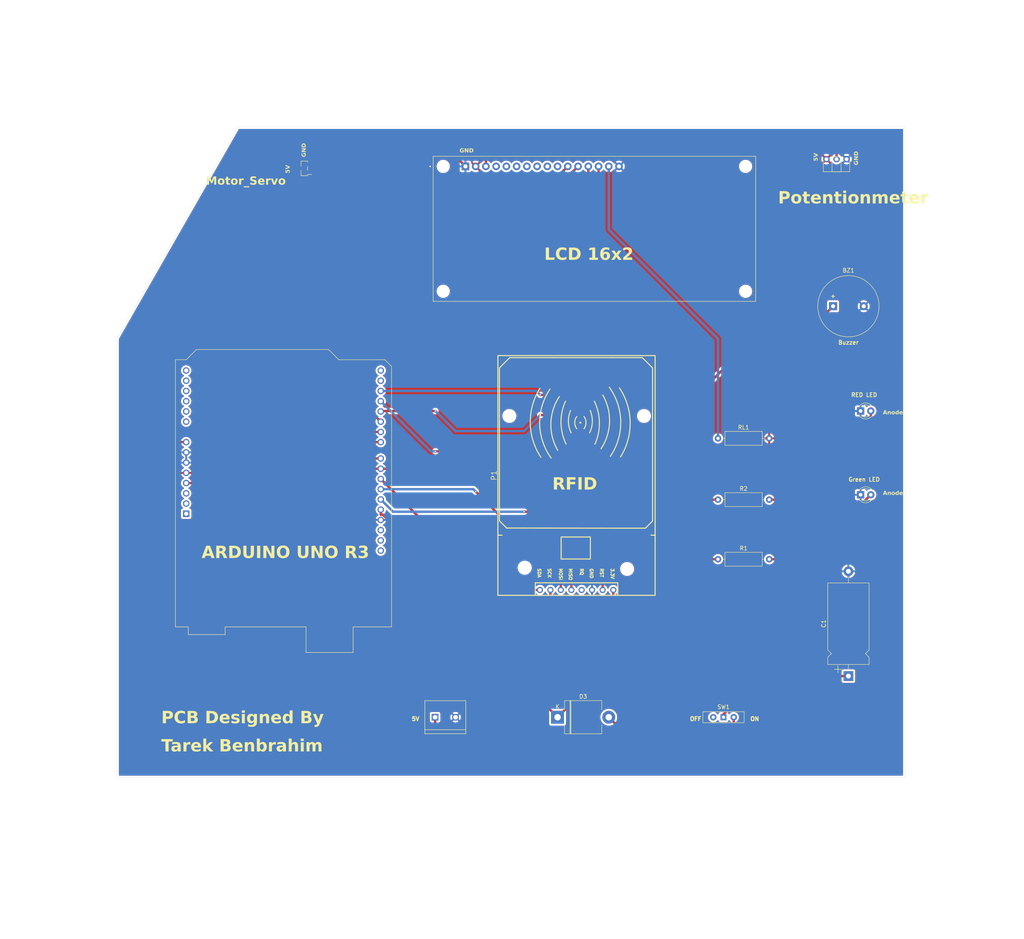
<source format=kicad_pcb>
(kicad_pcb (version 20240108) (generator "pcbnew") (generator_version "8.0")
  (layers (0 "F.Cu" signal) (31 "B.Cu" signal) (34 "B.Paste" user) (35 "F.Paste" user) (36 "B.SilkS" user "B.Silkscreen") (37 "F.SilkS" user "F.Silkscreen") (38 "B.Mask" user) (39 "F.Mask" user) (44 "Edge.Cuts" user))
  (net 0 "")
  (net 1 "Net-(A1-D3)")
  (net 2 "Net-(A1-D5)")
  (net 3 "Net-(A1-D8)")
  (net 4 "Net-(A1-D12)")
  (net 5 "Net-(A1-3V3)")
  (net 7 "Net-(A1-VIN)")
  (net 10 "Net-(A1-D2)")
  (net 11 "Net-(A1-D13)")
  (net 12 "Net-(A1-D10)")
  (net 13 "GND")
  (net 15 "Net-(A1-D7)")
  (net 18 "Net-(A1-D6)")
  (net 21 "Net-(A1-D11)")
  (net 22 "+5V")
  (net 23 "Net-(A1-D9)")
  (net 30 "Net-(A1-D4)")
  (net 31 "Net-(D1-A)")
  (net 32 "Net-(D2-A)")
  (net 33 "Net-(D3-A)")
  (net 34 "Net-(J1-Pin_1)")
  (net 36 "Net-(U1-A)")
  (net 37 "Net-(U1-VO)")
  (footprint "Module:Arduino_UNO_R3" (layer "F.Cu") (at 346.18695 130.511 90)
    (property "Reference" "A1" (hide yes))
    (property "Value" "Arduino_UNO_R3")
    (fp_line (start 38.23 -2.67) (end -28.07 -2.67) (stroke (width 0.12)) (layer "F.SilkS"))
    (fp_line (start -28.07 -2.67) (end -28.07 0.51) (stroke (width 0.12)) (layer "F.SilkS"))
    (fp_line (start 38.23 0) (end 38.23 -2.67) (stroke (width 0.12)) (layer "F.SilkS"))
    (fp_line (start -28.07 0.51) (end -29.97 0.51) (stroke (width 0.12)) (layer "F.SilkS"))
    (fp_line (start -29.97 0.51) (end -29.97 9.65) (stroke (width 0.12)) (layer "F.SilkS"))
    (fp_line (start 40.77 2.54) (end 38.23 0) (stroke (width 0.12)) (layer "F.SilkS"))
    (fp_line (start -28.07 9.65) (end -28.07 29.72) (stroke (width 0.12)) (layer "F.SilkS"))
    (fp_line (start -29.97 9.65) (end -28.07 9.65) (stroke (width 0.12)) (layer "F.SilkS"))
    (fp_line (start -28.07 29.72) (end -34.42 29.72) (stroke (width 0.12)) (layer "F.SilkS"))
    (fp_line (start -34.42 29.72) (end -34.42 41.4) (stroke (width 0.12)) (layer "F.SilkS"))
    (fp_line (start 40.77 35.31) (end 40.77 2.54) (stroke (width 0.12)) (layer "F.SilkS"))
    (fp_line (start 38.23 37.85) (end 40.77 35.31) (stroke (width 0.12)) (layer "F.SilkS"))
    (fp_line (start -28.07 41.4) (end -28.07 50.93) (stroke (width 0.12)) (layer "F.SilkS"))
    (fp_line (start -34.42 41.4) (end -28.07 41.4) (stroke (width 0.12)) (layer "F.SilkS"))
    (fp_line (start 38.23 49.28) (end 38.23 37.85) (stroke (width 0.12)) (layer "F.SilkS"))
    (fp_line (start 36.58 50.93) (end 38.23 49.28) (stroke (width 0.12)) (layer "F.SilkS"))
    (fp_line (start -28.07 50.93) (end 36.58 50.93) (stroke (width 0.12)) (layer "F.SilkS"))
    (pad "1" thru_hole rect (at 0 0 180) (size 1.6 1.6) (drill 1) (layers "*.Cu" "*.Mask"))
    (pad "2" thru_hole oval (at 2.54 0 180) (size 1.6 1.6) (drill 1) (layers "*.Cu" "*.Mask"))
    (pad "3" thru_hole oval (at 5.08 0 180) (size 1.6 1.6) (drill 1) (layers "*.Cu" "*.Mask"))
    (pad "4" thru_hole oval (at 7.62 0 180) (size 1.6 1.6) (drill 1) (layers "*.Cu" "*.Mask") (net 5 "Net-(A1-3V3)"))
    (pad "5" thru_hole oval (at 10.16 0 180) (size 1.6 1.6) (drill 1) (layers "*.Cu" "*.Mask") (net 22 "+5V"))
    (pad "6" thru_hole oval (at 12.7 0 180) (size 1.6 1.6) (drill 1) (layers "*.Cu" "*.Mask") (net 13 "GND"))
    (pad "7" thru_hole oval (at 15.24 0 180) (size 1.6 1.6) (drill 1) (layers "*.Cu" "*.Mask") (net 13 "GND"))
    (pad "8" thru_hole oval (at 17.78 0 180) (size 1.6 1.6) (drill 1) (layers "*.Cu" "*.Mask") (net 7 "Net-(A1-VIN)"))
    (pad "9" thru_hole oval (at 22.86 0 180) (size 1.6 1.6) (drill 1) (layers "*.Cu" "*.Mask"))
    (pad "10" thru_hole oval (at 25.4 0 180) (size 1.6 1.6) (drill 1) (layers "*.Cu" "*.Mask"))
    (pad "11" thru_hole oval (at 27.94 0 180) (size 1.6 1.6) (drill 1) (layers "*.Cu" "*.Mask"))
    (pad "12" thru_hole oval (at 30.48 0 180) (size 1.6 1.6) (drill 1) (layers "*.Cu" "*.Mask"))
    (pad "13" thru_hole oval (at 33.02 0 180) (size 1.6 1.6) (drill 1) (layers "*.Cu" "*.Mask"))
    (pad "14" thru_hole oval (at 35.56 0 180) (size 1.6 1.6) (drill 1) (layers "*.Cu" "*.Mask"))
    (pad "15" thru_hole oval (at 35.56 48.26 180) (size 1.6 1.6) (drill 1) (layers "*.Cu" "*.Mask"))
    (pad "16" thru_hole oval (at 33.02 48.26 180) (size 1.6 1.6) (drill 1) (layers "*.Cu" "*.Mask"))
    (pad "17" thru_hole oval (at 30.48 48.26 180) (size 1.6 1.6) (drill 1) (layers "*.Cu" "*.Mask") (net 10 "Net-(A1-D2)"))
    (pad "18" thru_hole oval (at 27.94 48.26 180) (size 1.6 1.6) (drill 1) (layers "*.Cu" "*.Mask") (net 1 "Net-(A1-D3)"))
    (pad "19" thru_hole oval (at 25.4 48.26 180) (size 1.6 1.6) (drill 1) (layers "*.Cu" "*.Mask") (net 30 "Net-(A1-D4)"))
    (pad "20" thru_hole oval (at 22.86 48.26 180) (size 1.6 1.6) (drill 1) (layers "*.Cu" "*.Mask") (net 2 "Net-(A1-D5)"))
    (pad "21" thru_hole oval (at 20.32 48.26 180) (size 1.6 1.6) (drill 1) (layers "*.Cu" "*.Mask") (net 18 "Net-(A1-D6)"))
    (pad "22" thru_hole oval (at 17.78 48.26 180) (size 1.6 1.6) (drill 1) (layers "*.Cu" "*.Mask") (net 15 "Net-(A1-D7)"))
    (pad "23" thru_hole oval (at 13.72 48.26 180) (size 1.6 1.6) (drill 1) (layers "*.Cu" "*.Mask") (net 3 "Net-(A1-D8)"))
    (pad "24" thru_hole oval (at 11.18 48.26 180) (size 1.6 1.6) (drill 1) (layers "*.Cu" "*.Mask") (net 23 "Net-(A1-D9)"))
    (pad "25" thru_hole oval (at 8.64 48.26 180) (size 1.6 1.6) (drill 1) (layers "*.Cu" "*.Mask") (net 12 "Net-(A1-D10)"))
    (pad "26" thru_hole oval (at 6.1 48.26 180) (size 1.6 1.6) (drill 1) (layers "*.Cu" "*.Mask") (net 21 "Net-(A1-D11)"))
    (pad "27" thru_hole oval (at 3.56 48.26 180) (size 1.6 1.6) (drill 1) (layers "*.Cu" "*.Mask") (net 4 "Net-(A1-D12)"))
    (pad "28" thru_hole oval (at 1.02 48.26 180) (size 1.6 1.6) (drill 1) (layers "*.Cu" "*.Mask") (net 11 "Net-(A1-D13)"))
    (pad "29" thru_hole oval (at -1.52 48.26 180) (size 1.6 1.6) (drill 1) (layers "*.Cu" "*.Mask") (net 13 "GND"))
    (pad "30" thru_hole oval (at -4.06 48.26 180) (size 1.6 1.6) (drill 1) (layers "*.Cu" "*.Mask"))
    (pad "31" thru_hole oval (at -6.6 48.26 180) (size 1.6 1.6) (drill 1) (layers "*.Cu" "*.Mask"))
    (pad "32" thru_hole oval (at -9.14 48.26 180) (size 1.6 1.6) (drill 1) (layers "*.Cu" "*.Mask"))
  )
  (footprint "Connector_PinSocket_1.00mm:PinSocket_1x03_P1.00mm_Vertical_SMD_Pin1Left" (layer "F.Cu") (at 375.47195 44.791 180)
    (property "Reference" "M1" (hide yes))
    (property "Value" "Motor_Servo" (at 14.47195 -3.209 0) (layer "F.SilkS") (effects (font (size 2 2) (thickness 0.4) (bold yes))))
    (fp_line (start 0.81 0.51) (end 0.81 1.81) (stroke (width 0.12)) (layer "F.SilkS"))
    (fp_line (start 0.81 -1.81) (end 0.81 -0.51) (stroke (width 0.12)) (layer "F.SilkS"))
    (fp_line (start -0.81 1.81) (end 0.81 1.81) (stroke (width 0.12)) (layer "F.SilkS"))
    (fp_line (start -0.81 1.51) (end -0.81 1.81) (stroke (width 0.12)) (layer "F.SilkS"))
    (fp_line (start -0.81 -0.49) (end -0.81 0.49) (stroke (width 0.12)) (layer "F.SilkS"))
    (fp_line (start -0.81 -1.81) (end 0.81 -1.81) (stroke (width 0.12)) (layer "F.SilkS"))
    (fp_line (start -0.81 -1.81) (end -0.81 -1.51) (stroke (width 0.12)) (layer "F.SilkS"))
    (fp_line (start -1.89 -1.51) (end -0.81 -1.51) (stroke (width 0.12)) (layer "F.SilkS"))
    (pad "1" smd rect (at -0.975 -1 180) (size 1.95 0.5) (layers "F.Cu" "F.Paste" "F.Mask") (net 23 "Net-(A1-D9)"))
    (pad "2" smd rect (at 0.975 0 180) (size 1.95 0.5) (layers "F.Cu" "F.Paste" "F.Mask") (net 22 "+5V"))
    (pad "3" smd rect (at -0.975 1 180) (size 1.95 0.5) (layers "F.Cu" "F.Paste" "F.Mask") (net 13 "GND"))
  )
  (footprint "Diode_THT:D_5KPW_P12.70mm_Horizontal" (layer "F.Cu") (at 438.3 181)
    (property "Reference" "D3" (at 6.35 -5.12 0) (layer "F.SilkS"))
    (property "Value" "D_Schottky")
    (fp_line (start 1.73 -4.12) (end 10.97 -4.12) (stroke (width 0.12)) (layer "F.SilkS"))
    (fp_line (start 1.73 -1.84) (end 1.73 -4.12) (stroke (width 0.12)) (layer "F.SilkS"))
    (fp_line (start 1.73 1.84) (end 1.73 4.12) (stroke (width 0.12)) (layer "F.SilkS"))
    (fp_line (start 1.73 4.12) (end 10.97 4.12) (stroke (width 0.12)) (layer "F.SilkS"))
    (fp_line (start 3.08 -4.12) (end 3.08 4.12) (stroke (width 0.12)) (layer "F.SilkS"))
    (fp_line (start 3.2 -4.12) (end 3.2 4.12) (stroke (width 0.12)) (layer "F.SilkS"))
    (fp_line (start 3.32 -4.12) (end 3.32 4.12) (stroke (width 0.12)) (layer "F.SilkS"))
    (fp_line (start 10.97 -4.12) (end 10.97 -1.84) (stroke (width 0.12)) (layer "F.SilkS"))
    (fp_line (start 10.97 4.12) (end 10.97 1.84) (stroke (width 0.12)) (layer "F.SilkS"))
    (fp_text user "K" (at 0 -2.6 0) (layer "F.SilkS"))
    (pad "1" thru_hole rect (at 0 0) (size 3.2 3.2) (drill 1.6) (layers "*.Cu" "*.Mask") (net 7 "Net-(A1-VIN)"))
    (pad "2" thru_hole oval (at 12.7 0) (size 3.2 3.2) (drill 1.6) (layers "*.Cu" "*.Mask") (net 33 "Net-(D3-A)"))
  )
  (footprint "Button_Switch_THT:SW_Slide-03_Wuerth-WS-SLTV_10x2.5x6.4_P2.54mm" (layer "F.Cu") (at 479.46 181)
    (property "Reference" "SW1" (at 0 -2.54 0) (layer "F.SilkS"))
    (property "Value" "SW_Wuerth_450301014042")
    (fp_rect (start -5.11 -1.36) (end 5.11 1.36) (stroke (width 0.12)) (fill none) (layer "F.SilkS"))
    (pad "1" thru_hole rect (at 0 0) (size 1.5 1.5) (drill 0.8) (layers "*.Cu" "*.Mask") (net 34 "Net-(J1-Pin_1)"))
    (pad "2" thru_hole circle (at -2.54 0) (size 1.6 1.6) (drill 0.8) (layers "*.Cu" "*.Mask"))
    (pad "3" thru_hole circle (at 2.54 0) (size 1.6 1.6) (drill 0.8) (layers "*.Cu" "*.Mask") (net 33 "Net-(D3-A)"))
  )
  (footprint "scewterminal:screwterminal" (layer "F.Cu") (at 410.46 181)
    (property "Reference" "J1" (hide yes))
    (property "Value" "Screw_Terminal_01x02")
    (fp_line (start -5.08 -4.1) (end 5.08 -4.1) (stroke (width 0.127)) (layer "F.SilkS"))
    (fp_line (start -5.08 3.1) (end -5.08 -4.1) (stroke (width 0.127)) (layer "F.SilkS"))
    (fp_line (start -5.08 3.1) (end 5.08 3.1) (stroke (width 0.127)) (layer "F.SilkS"))
    (fp_line (start -5.08 4.1) (end -5.08 3.1) (stroke (width 0.127)) (layer "F.SilkS"))
    (fp_line (start 5.08 -4.1) (end 5.08 3.1) (stroke (width 0.127)) (layer "F.SilkS"))
    (fp_line (start 5.08 3.1) (end 5.08 4.1) (stroke (width 0.127)) (layer "F.SilkS"))
    (fp_line (start 5.08 4.1) (end -5.08 4.1) (stroke (width 0.127)) (layer "F.SilkS"))
    (pad "1" thru_hole rect (at -2.54 0) (size 1.65 1.65) (drill 1.1) (layers "*.Cu" "*.Mask") (net 34 "Net-(J1-Pin_1)"))
    (pad "2" thru_hole circle (at 2.54 0) (size 1.65 1.65) (drill 1.1) (layers "*.Cu" "*.Mask") (net 13 "GND"))
  )
  (footprint "lcd:MODULE_LCD-16X2" (layer "F.Cu") (at 447.44695 59.791)
    (property "Reference" "U1" (hide yes))
    (property "Value" "LCD-16X2")
    (fp_line (start -40 -18) (end 40 -18) (stroke (width 0.127)) (layer "F.SilkS"))
    (fp_line (start -40 18) (end -40 -18) (stroke (width 0.127)) (layer "F.SilkS"))
    (fp_line (start 40 -18) (end 40 18) (stroke (width 0.127)) (layer "F.SilkS"))
    (fp_line (start 40 18) (end -40 18) (stroke (width 0.127)) (layer "F.SilkS"))
    (fp_circle (center -40.75 -15.5) (end -40.65 -15.5) (stroke (width 0.2)) (fill none) (layer "F.SilkS"))
    (pad "" np_thru_hole circle (at -37.5 -15.5) (size 2.8 2.8) (drill 2.8) (layers "*.Cu" "*.Mask"))
    (pad "" np_thru_hole circle (at -37.5 15.5) (size 2.8 2.8) (drill 2.8) (layers "*.Cu" "*.Mask"))
    (pad "" np_thru_hole circle (at 37.5 -15.5) (size 2.8 2.8) (drill 2.8) (layers "*.Cu" "*.Mask"))
    (pad "" np_thru_hole circle (at 37.5 15.5) (size 2.8 2.8) (drill 2.8) (layers "*.Cu" "*.Mask"))
    (pad "1" thru_hole rect (at -32 -15.5) (size 1.8796 1.8796) (drill 1.016) (layers "*.Cu" "*.Mask") (net 13 "GND"))
    (pad "2" thru_hole circle (at -29.46 -15.5) (size 1.8796 1.8796) (drill 1.016) (layers "*.Cu" "*.Mask") (net 22 "+5V"))
    (pad "3" thru_hole circle (at -26.92 -15.5) (size 1.8796 1.8796) (drill 1.016) (layers "*.Cu" "*.Mask") (net 37 "Net-(U1-VO)"))
    (pad "4" thru_hole circle (at -24.38 -15.5) (size 1.8796 1.8796) (drill 1.016) (layers "*.Cu" "*.Mask"))
    (pad "5" thru_hole circle (at -21.84 -15.5) (size 1.8796 1.8796) (drill 1.016) (layers "*.Cu" "*.Mask"))
    (pad "6" thru_hole circle (at -19.3 -15.5) (size 1.8796 1.8796) (drill 1.016) (layers "*.Cu" "*.Mask"))
    (pad "7" thru_hole circle (at -16.76 -15.5) (size 1.8796 1.8796) (drill 1.016) (layers "*.Cu" "*.Mask"))
    (pad "8" thru_hole circle (at -14.22 -15.5) (size 1.8796 1.8796) (drill 1.016) (layers "*.Cu" "*.Mask"))
    (pad "9" thru_hole circle (at -11.68 -15.5) (size 1.8796 1.8796) (drill 1.016) (layers "*.Cu" "*.Mask"))
    (pad "10" thru_hole circle (at -9.14 -15.5) (size 1.8796 1.8796) (drill 1.016) (layers "*.Cu" "*.Mask"))
    (pad "11" thru_hole circle (at -6.6 -15.5) (size 1.8796 1.8796) (drill 1.016) (layers "*.Cu" "*.Mask") (net 3 "Net-(A1-D8)"))
    (pad "12" thru_hole circle (at -4.06 -15.5) (size 1.8796 1.8796) (drill 1.016) (layers "*.Cu" "*.Mask") (net 15 "Net-(A1-D7)"))
    (pad "13" thru_hole circle (at -1.52 -15.5) (size 1.8796 1.8796) (drill 1.016) (layers "*.Cu" "*.Mask") (net 18 "Net-(A1-D6)"))
    (pad "14" thru_hole circle (at 1.02 -15.5) (size 1.8796 1.8796) (drill 1.016) (layers "*.Cu" "*.Mask") (net 2 "Net-(A1-D5)"))
    (pad "15" thru_hole circle (at 3.56 -15.5) (size 1.8796 1.8796) (drill 1.016) (layers "*.Cu" "*.Mask") (net 36 "Net-(U1-A)"))
    (pad "16" thru_hole circle (at 6.1 -15.5) (size 1.8796 1.8796) (drill 1.016) (layers "*.Cu" "*.Mask") (net 13 "GND"))
  )
  (footprint "Potentiometer_THT:Potentiometer_ACP_CA6-H2,5_Horizontal" (layer "F.Cu") (at 510 42 -90)
    (property "Reference" "RV1" (hide yes))
    (property "Value" "R_Potentiometer" (hide yes))
    (fp_line (start 0.925 5.77) (end 3.62 5.77) (stroke (width 0.12)) (layer "F.SilkS"))
    (fp_line (start -0.121 3.62) (end 3.62 3.62) (stroke (width 0.12)) (layer "F.SilkS"))
    (fp_line (start -0.121 1.38) (end -0.121 3.62) (stroke (width 0.12)) (layer "F.SilkS"))
    (fp_line (start -0.121 1.38) (end 3.62 1.38) (stroke (width 0.12)) (layer "F.SilkS"))
    (fp_line (start 3.62 1.38) (end 3.62 3.62) (stroke (width 0.12)) (layer "F.SilkS"))
    (fp_line (start -0.121 1.066) (end -0.121 3.935) (stroke (width 0.12)) (layer "F.SilkS"))
    (fp_line (start 0.925 -0.77) (end 3.62 -0.77) (stroke (width 0.12)) (layer "F.SilkS"))
    (fp_line (start 3.62 -0.77) (end 3.62 5.77) (stroke (width 0.12)) (layer "F.SilkS"))
    (pad "1" thru_hole circle (at 0.5 0 270) (size 1.62 1.62) (drill 0.9) (layers "*.Cu" "*.Mask") (net 13 "GND"))
    (pad "2" thru_hole circle (at 0.5 2.5 270) (size 1.62 1.62) (drill 0.9) (layers "*.Cu" "*.Mask") (net 37 "Net-(U1-VO)"))
    (pad "3" thru_hole circle (at 0.5 5 270) (size 1.62 1.62) (drill 0.9) (layers "*.Cu" "*.Mask") (net 22 "+5V"))
  )
  (footprint "LED_THT:LED_D3.0mm" (layer "F.Cu") (at 513.46 105)
    (property "Reference" "RED LED " (at 1.27 -4 0) (layer "F.SilkS") (effects (font (thickness 0.2) (bold yes))))
    (property "Value" "LED" (hide yes))
    (fp_line (start -0.29 -1.236) (end -0.29 -1.08) (stroke (width 0.12)) (layer "F.SilkS"))
    (fp_line (start -0.29 1.08) (end -0.29 1.236) (stroke (width 0.12)) (layer "F.SilkS"))
    (fp_arc (start -0.29 -1.235516) (mid 1.365624 -1.987701) (end 2.941397 -1.080061) (stroke (width 0.12)) (layer "F.SilkS"))
    (fp_arc (start 0.229039 -1.08) (mid 1.269965 -1.5) (end 2.31091 -1.080049) (stroke (width 0.12)) (layer "F.SilkS"))
    (fp_arc (start 2.31091 1.080049) (mid 1.269965 1.5) (end 0.229039 1.08) (stroke (width 0.12)) (layer "F.SilkS"))
    (fp_arc (start 2.941397 1.080061) (mid 1.365624 1.987701) (end -0.29 1.235516) (stroke (width 0.12)) (layer "F.SilkS"))
    (pad "1" thru_hole rect (at 0 0) (size 1.8 1.8) (drill 0.9) (layers "*.Cu" "*.Mask") (net 13 "GND"))
    (pad "2" thru_hole circle (at 2.54 0) (size 1.8 1.8) (drill 0.9) (layers "*.Cu" "*.Mask") (net 32 "Net-(D2-A)"))
  )
  (footprint "Buzzer_Beeper:Buzzer_15x7.5RM7.6" (layer "F.Cu") (at 506.64695 79)
    (property "Reference" "BZ1" (at 3.81 -8.89 0) (layer "F.SilkS"))
    (property "Value" "Buzzer" (at 3.81 9 0) (layer "F.SilkS") (effects (font (thickness 0.2) (bold yes))))
    (fp_circle (center 3.8 0) (end 11.4 0) (stroke (width 0.12)) (fill none) (layer "F.SilkS"))
    (fp_text user "+" (at -0.01 -2.54 0) (layer "F.SilkS") (effects (font (thickness 0.2) (bold yes))))
    (pad "1" thru_hole rect (at 0 0) (size 2 2) (drill 1) (layers "*.Cu" "*.Mask") (net 10 "Net-(A1-D2)"))
    (pad "2" thru_hole circle (at 7.6 0) (size 2 2) (drill 1) (layers "*.Cu" "*.Mask") (net 13 "GND"))
  )
  (footprint "Resistor_THT:R_Axial_DIN0309_L9.0mm_D3.2mm_P12.70mm_Horizontal" (layer "F.Cu") (at 478.09695 111.791)
    (property "Reference" "RL1" (at 6.35 -2.72 360) (layer "F.SilkS"))
    (property "Value" "1K")
    (fp_line (start 1.04 0) (end 1.73 0) (stroke (width 0.12)) (layer "F.SilkS"))
    (fp_line (start 1.73 -1.72) (end 1.73 1.72) (stroke (width 0.12)) (layer "F.SilkS"))
    (fp_line (start 1.73 1.72) (end 10.97 1.72) (stroke (width 0.12)) (layer "F.SilkS"))
    (fp_line (start 10.97 -1.72) (end 1.73 -1.72) (stroke (width 0.12)) (layer "F.SilkS"))
    (fp_line (start 10.97 1.72) (end 10.97 -1.72) (stroke (width 0.12)) (layer "F.SilkS"))
    (fp_line (start 11.66 0) (end 10.97 0) (stroke (width 0.12)) (layer "F.SilkS"))
    (pad "1" thru_hole circle (at 0 0) (size 1.6 1.6) (drill 0.8) (layers "*.Cu" "*.Mask") (net 36 "Net-(U1-A)"))
    (pad "2" thru_hole oval (at 12.7 0) (size 1.6 1.6) (drill 0.8) (layers "*.Cu" "*.Mask") (net 22 "+5V"))
  )
  (footprint "LED_THT:LED_D3.0mm" (layer "F.Cu") (at 513.46 125.791)
    (property "Reference" "Green LED " (at 1.27 -3.791 0) (layer "F.SilkS") (effects (font (thickness 0.2) (bold yes))))
    (property "Value" "LED")
    (fp_line (start -0.29 -1.236) (end -0.29 -1.08) (stroke (width 0.12)) (layer "F.SilkS"))
    (fp_line (start -0.29 1.08) (end -0.29 1.236) (stroke (width 0.12)) (layer "F.SilkS"))
    (fp_arc (start -0.29 -1.235516) (mid 1.365624 -1.987701) (end 2.941397 -1.080061) (stroke (width 0.12)) (layer "F.SilkS"))
    (fp_arc (start 0.229039 -1.08) (mid 1.269965 -1.5) (end 2.31091 -1.080049) (stroke (width 0.12)) (layer "F.SilkS"))
    (fp_arc (start 2.31091 1.080049) (mid 1.269965 1.5) (end 0.229039 1.08) (stroke (width 0.12)) (layer "F.SilkS"))
    (fp_arc (start 2.941397 1.080061) (mid 1.365624 1.987701) (end -0.29 1.235516) (stroke (width 0.12)) (layer "F.SilkS"))
    (pad "1" thru_hole rect (at 0 0) (size 1.8 1.8) (drill 0.9) (layers "*.Cu" "*.Mask") (net 13 "GND"))
    (pad "2" thru_hole circle (at 2.54 0) (size 1.8 1.8) (drill 0.9) (layers "*.Cu" "*.Mask") (net 31 "Net-(D1-A)"))
  )
  (footprint "Resistor_THT:R_Axial_DIN0309_L9.0mm_D3.2mm_P12.70mm_Horizontal" (layer "F.Cu") (at 478.09695 127)
    (property "Reference" "R2" (at 6.35 -2.72 0) (layer "F.SilkS"))
    (property "Value" "1K")
    (fp_line (start 1.04 0) (end 1.73 0) (stroke (width 0.12)) (layer "F.SilkS"))
    (fp_line (start 1.73 -1.72) (end 1.73 1.72) (stroke (width 0.12)) (layer "F.SilkS"))
    (fp_line (start 1.73 1.72) (end 10.97 1.72) (stroke (width 0.12)) (layer "F.SilkS"))
    (fp_line (start 10.97 -1.72) (end 1.73 -1.72) (stroke (width 0.12)) (layer "F.SilkS"))
    (fp_line (start 10.97 1.72) (end 10.97 -1.72) (stroke (width 0.12)) (layer "F.SilkS"))
    (fp_line (start 11.66 0) (end 10.97 0) (stroke (width 0.12)) (layer "F.SilkS"))
    (pad "1" thru_hole circle (at 0 0) (size 1.6 1.6) (drill 0.8) (layers "*.Cu" "*.Mask") (net 30 "Net-(A1-D4)"))
    (pad "2" thru_hole oval (at 12.7 0) (size 1.6 1.6) (drill 0.8) (layers "*.Cu" "*.Mask") (net 32 "Net-(D2-A)"))
  )
  (footprint "rfid:ARUN-RFID" (layer "F.Cu") (at 444.50405 114.745 90)
    (property "Reference" "P1" (at -6.255 -21.966 90) (layer "F.SilkS") (effects (font (size 1.27 1.27))))
    (property "Value" "RFID-RC522-MODULE")
    (fp_line (start -21.082 -20.9931) (end -21.082 -19.9931) (stroke (width 0.254)) (layer "F.SilkS"))
    (fp_line (start 20.447 -20.6121) (end 17.907 -20.6121) (stroke (width 0.254)) (layer "F.SilkS"))
    (fp_line (start 17.907 -20.6121) (end -17.526 -20.6121) (stroke (width 0.254)) (layer "F.SilkS"))
    (fp_line (start -17.526 -20.6121) (end -19.304 -18.8341) (stroke (width 0.254)) (layer "F.SilkS"))
    (fp_line (start -19.304 -18.8341) (end -19.304 -14.8971) (stroke (width 0.254)) (layer "F.SilkS"))
    (fp_line (start 22.987 -18.0721) (end 20.447 -20.6121) (stroke (width 0.254)) (layer "F.SilkS"))
    (fp_line (start 22.987 -17.9451) (end 22.987 -18.0721) (stroke (width 0.254)) (layer "F.SilkS"))
    (fp_line (start 22.987 -15.5321) (end 22.987 -17.9451) (stroke (width 0.254)) (layer "F.SilkS"))
    (fp_line (start -32.893 -11.7221) (end -32.893 -7.4041) (stroke (width 0.254)) (layer "F.SilkS"))
    (fp_line (start -33.909 -11.7221) (end -32.893 -11.7221) (stroke (width 0.254)) (layer "F.SilkS"))
    (fp_line (start -33.909 -11.7221) (end -35.909 -11.7221) (stroke (width 0.254)) (layer "F.SilkS"))
    (fp_line (start -32.893 -7.4041) (end -32.893 -2.5781) (stroke (width 0.254)) (layer "F.SilkS"))
    (fp_line (start 22.987 -7.1501) (end 22.987 -15.5321) (stroke (width 0.254)) (layer "F.SilkS"))
    (fp_line (start -32.893 -2.5781) (end -32.893 -1.1811) (stroke (width 0.254)) (layer "F.SilkS"))
    (fp_line (start -32.893 -1.1811) (end -32.893 8.7249) (stroke (width 0.254)) (layer "F.SilkS"))
    (fp_line (start 22.987 7.3279) (end 22.987 -7.1501) (stroke (width 0.254)) (layer "F.SilkS"))
    (fp_line (start -32.893 8.7249) (end -33.909 8.7249) (stroke (width 0.254)) (layer "F.SilkS"))
    (fp_line (start -33.909 8.7249) (end -35.909 8.7249) (stroke (width 0.254)) (layer "F.SilkS"))
    (fp_line (start -19.3374 11.6459) (end -19.304 -14.8971) (stroke (width 0.254)) (layer "F.SilkS"))
    (fp_line (start 22.987 14.8209) (end 22.987 7.3279) (stroke (width 0.254)) (layer "F.SilkS"))
    (fp_line (start 22.987 14.8209) (end 20.447 17.3609) (stroke (width 0.254)) (layer "F.SilkS"))
    (fp_line (start -19.3374 15.5829) (end -19.3374 11.6459) (stroke (width 0.254)) (layer "F.SilkS"))
    (fp_line (start 20.447 17.3609) (end 17.907 17.3609) (stroke (width 0.254)) (layer "F.SilkS"))
    (fp_line (start 17.907 17.3609) (end -16.383 17.3609) (stroke (width 0.254)) (layer "F.SilkS"))
    (fp_line (start -16.383 17.3609) (end -17.5594 17.3609) (stroke (width 0.254)) (layer "F.SilkS"))
    (fp_line (start -17.5594 17.3609) (end -19.3374 15.5829) (stroke (width 0.254)) (layer "F.SilkS"))
    (fp_line (start -21.082 17.9879) (end -21.082 16.9879) (stroke (width 0.254)) (layer "F.SilkS"))
    (fp_rect (start -36.005 -21.004) (end 23.495 17.9959) (stroke (width 0.254)) (fill none) (layer "F.SilkS"))
    (fp_rect (start -26.9875 -5.3086) (end -21.5265 1.9304) (stroke (width 0.254)) (fill none) (layer "F.SilkS"))
    (fp_arc (start -1.7758 -10.3116) (mid 6.756098 -12.976834) (end 15.367 -10.5791) (stroke (width 0.254)) (layer "F.SilkS"))
    (fp_arc (start -1.9353 -7.7936) (mid 6.59384 -10.635592) (end 15.2075 -8.0611) (stroke (width 0.254)) (layer "F.SilkS"))
    (fp_arc (start -0.0155 -6.1714) (mid 6.719213 -7.860073) (end 13.335 -5.7531) (stroke (width 0.254)) (layer "F.SilkS"))
    (fp_arc (start 1.5267 -4.0852) (mid 6.843281 -5.348093) (end 12.192 -4.2291) (stroke (width 0.254)) (layer "F.SilkS"))
    (fp_arc (start 4.318 -2.8321) (mid 7.097893 -3.516343) (end 9.906 -2.9591) (stroke (width 0.254)) (layer "F.SilkS"))
    (fp_arc (start 5.334 -1.4351) (mid 6.858 -1.9431) (end 8.382 -1.4351) (stroke (width 0.254)) (layer "F.SilkS"))
    (fp_arc (start 8.382 0.3429) (mid 6.858 0.8509) (end 5.334 0.3429) (stroke (width 0.254)) (layer "F.SilkS"))
    (fp_arc (start 9.906 1.8669) (mid 7.097891 2.424186) (end 4.318 1.7399) (stroke (width 0.254)) (layer "F.SilkS"))
    (fp_arc (start 12.1749 2.9142) (mid 6.858318 4.177042) (end 1.5096 3.0581) (stroke (width 0.254)) (layer "F.SilkS"))
    (fp_arc (start 13.7171 5.0003) (mid 6.982405 6.68892) (end 0.3666 4.5821) (stroke (width 0.254)) (layer "F.SilkS"))
    (fp_arc (start 15.6369 6.6226) (mid 7.10776 9.464592) (end -1.5059 6.8901) (stroke (width 0.254)) (layer "F.SilkS"))
    (fp_arc (start 15.4774 9.1406) (mid 6.945501 11.805779) (end -1.6654 9.4081) (stroke (width 0.254)) (layer "F.SilkS"))
    (fp_circle (center 6.858 -0.5461) (end 6.985 -0.5461) (stroke (width 0.254)) (fill none) (layer "F.SilkS"))
    (fp_text user "MOSI" (at -29.21 -4.9531 -90) (layer "F.SilkS") (effects (font (size 0.8 0.8) (thickness 0.2032)) (justify left top)))
    (fp_text user "RQ" (at -29.21 0.2539 -90) (layer "F.SilkS") (effects (font (size 0.8 0.8) (thickness 0.2032)) (justify left top)))
    (fp_text user "3.3V" (at -29.2108 7.8739 -90) (layer "F.SilkS") (effects (font (size 0.8 0.8) (thickness 0.2032)) (justify left top)))
    (fp_text user "MISO" (at -29.21 -2.5401 -90) (layer "F.SilkS") (effects (font (size 0.8 0.8) (thickness 0.2032)) (justify left top)))
    (fp_text user "SDA" (at -29.21 -10.2871 -90) (layer "F.SilkS") (effects (font (size 0.8 0.8) (thickness 0.2032)) (justify left top)))
    (fp_text user "GND" (at -29.21 2.6669 -90) (layer "F.SilkS") (effects (font (size 0.8 0.8) (thickness 0.2032)) (justify left top)))
    (fp_text user "RST" (at -29.21 5.2069 -90) (layer "F.SilkS") (effects (font (size 0.8 0.8) (thickness 0.2032)) (justify left top)))
    (fp_text user "SCK" (at -29.21 -7.7471 -90) (layer "F.SilkS") (effects (font (size 0.8 0.8) (thickness 0.2032)) (justify left top)))
    (pad "" np_thru_hole circle (at -29.464 11.049 90) (size 3 3) (drill 3) (layers "F&B.Cu" "*.Mask"))
    (pad "" np_thru_hole circle (at -29.1501 -14.351 90) (size 3 3) (drill 3) (layers "F&B.Cu" "*.Mask"))
    (pad "" np_thru_hole circle (at 8.509 -18.1529 90) (size 3 3) (drill 3) (layers "F&B.Cu" "*.Mask"))
    (pad "" np_thru_hole circle (at 8.509 15.24 90) (size 3 3) (drill 3) (layers "F&B.Cu" "*.Mask"))
    (pad "1" thru_hole oval (at -34.671 -10.5791 270) (size 1.524 1.524) (drill 0.9144) (layers "*.Cu" "*.Mask") (net 12 "Net-(A1-D10)"))
    (pad "2" thru_hole oval (at -34.671 -7.9812 270) (size 1.524 1.524) (drill 0.9144) (layers "*.Cu" "*.Mask") (net 11 "Net-(A1-D13)"))
    (pad "3" thru_hole oval (at -34.671 -5.4011 270) (size 1.524 1.524) (drill 0.9144) (layers "*.Cu" "*.Mask") (net 21 "Net-(A1-D11)"))
    (pad "4" thru_hole oval (at -34.671 -2.7742 270) (size 1.524 1.524) (drill 0.9144) (layers "*.Cu" "*.Mask") (net 4 "Net-(A1-D12)"))
    (pad "5" thru_hole oval (at -34.671 -0.2342 270) (size 1.524 1.524) (drill 0.9144) (layers "*.Cu" "*.Mask"))
    (pad "6" thru_hole oval (at -34.671 2.3459 270) (size 1.524 1.524) (drill 0.9144) (layers "*.Cu" "*.Mask") (net 13 "GND"))
    (pad "7" thru_hole oval (at -34.671 4.9728 270) (size 1.524 1.524) (drill 0.9144) (layers "*.Cu" "*.Mask") (net 23 "Net-(A1-D9)"))
    (pad "8" thru_hole oval (at -34.671 7.62 270) (size 1.524 1.524) (drill 0.9144) (layers "*.Cu" "*.Mask") (net 5 "Net-(A1-3V3)"))
  )
  (footprint "Resistor_THT:R_Axial_DIN0309_L9.0mm_D3.2mm_P12.70mm_Horizontal" (layer "F.Cu") (at 478.09695 141.791)
    (property "Reference" "R1" (at 6.35 -2.72 0) (layer "F.SilkS"))
    (property "Value" "1K")
    (fp_line (start 1.04 0) (end 1.73 0) (stroke (width 0.12)) (layer "F.SilkS"))
    (fp_line (start 1.73 -1.72) (end 1.73 1.72) (stroke (width 0.12)) (layer "F.SilkS"))
    (fp_line (start 1.73 1.72) (end 10.97 1.72) (stroke (width 0.12)) (layer "F.SilkS"))
    (fp_line (start 10.97 -1.72) (end 1.73 -1.72) (stroke (width 0.12)) (layer "F.SilkS"))
    (fp_line (start 10.97 1.72) (end 10.97 -1.72) (stroke (width 0.12)) (layer "F.SilkS"))
    (fp_line (start 11.66 0) (end 10.97 0) (stroke (width 0.12)) (layer "F.SilkS"))
    (pad "1" thru_hole circle (at 0 0) (size 1.6 1.6) (drill 0.8) (layers "*.Cu" "*.Mask") (net 1 "Net-(A1-D3)"))
    (pad "2" thru_hole oval (at 12.7 0) (size 1.6 1.6) (drill 0.8) (layers "*.Cu" "*.Mask") (net 31 "Net-(D1-A)"))
  )
  (footprint "Capacitor_THT:CP_Axial_L20.0mm_D10.0mm_P26.00mm_Horizontal" (layer "F.Cu") (at 510.44695 170.791 90)
    (property "Reference" "C1" (at 13 -6.12 90) (layer "F.SilkS"))
    (property "Value" "100n")
    (fp_line (start 23.12 -5.12) (end 23.12 5.12) (stroke (width 0.12)) (layer "F.SilkS"))
    (fp_line (start 6.48 -5.12) (end 23.12 -5.12) (stroke (width 0.12)) (layer "F.SilkS"))
    (fp_line (start 4.68 -5.12) (end 5.58 -4.22) (stroke (width 0.12)) (layer "F.SilkS"))
    (fp_line (start 2.88 -5.12) (end 4.68 -5.12) (stroke (width 0.12)) (layer "F.SilkS"))
    (fp_line (start 2.88 -5.12) (end 2.88 5.12) (stroke (width 0.12)) (layer "F.SilkS"))
    (fp_line (start 5.58 -4.22) (end 6.48 -5.12) (stroke (width 0.12)) (layer "F.SilkS"))
    (fp_line (start 1.68 -3.5) (end 1.68 -1.7) (stroke (width 0.12)) (layer "F.SilkS"))
    (fp_line (start 0.78 -2.6) (end 2.58 -2.6) (stroke (width 0.12)) (layer "F.SilkS"))
    (fp_line (start 24.56 0) (end 23.12 0) (stroke (width 0.12)) (layer "F.SilkS"))
    (fp_line (start 1.44 0) (end 2.88 0) (stroke (width 0.12)) (layer "F.SilkS"))
    (fp_line (start 5.58 4.22) (end 6.48 5.12) (stroke (width 0.12)) (layer "F.SilkS"))
    (fp_line (start 6.48 5.12) (end 23.12 5.12) (stroke (width 0.12)) (layer "F.SilkS"))
    (fp_line (start 4.68 5.12) (end 5.58 4.22) (stroke (width 0.12)) (layer "F.SilkS"))
    (fp_line (start 2.88 5.12) (end 4.68 5.12) (stroke (width 0.12)) (layer "F.SilkS"))
    (pad "1" thru_hole rect (at 0 0 90) (size 2.4 2.4) (drill 1.2) (layers "*.Cu" "*.Mask") (net 7 "Net-(A1-VIN)"))
    (pad "2" thru_hole oval (at 26 0 90) (size 2.4 2.4) (drill 1.2) (layers "*.Cu" "*.Mask") (net 13 "GND"))
  )
  (gr_line (start 329 87) (end 329 196) (stroke (width 0.05)) (layer "Edge.Cuts"))
  (gr_line (start 524.500639 196) (end 524.5 34.496894) (stroke (width 0.05)) (layer "Edge.Cuts"))
  (gr_line (start 329 196) (end 524.500639 196) (stroke (width 0.05)) (layer "Edge.Cuts"))
  (gr_line (start 524.5 34.496894) (end 358.999235 34.496894) (stroke (width 0.05)) (layer "Edge.Cuts"))
  (gr_line (start 358.999235 34.496894) (end 329 87) (stroke (width 0.05)) (layer "Edge.Cuts"))
  (gr_text "5V" (at 372 46 90) (layer "F.SilkS") (effects (font (size 1 1) (thickness 0.25) (bold yes) (italic yes)) (justify left bottom)))
  (gr_text "GND " (at 376 42 90) (layer "F.SilkS") (effects (font (size 1 1) (thickness 0.25) (bold yes) (italic yes)) (justify left bottom)))
  (gr_text "GND" (at 513 44 90) (layer "F.SilkS") (effects (font (size 1 1) (thickness 0.25) (bold yes) (italic yes)) (justify left bottom)))
  (gr_text "Anode\n" (at 519 126 0) (layer "F.SilkS") (effects (font (size 1 1) (thickness 0.25) (bold yes) (italic yes)) (justify left bottom)))
  (gr_text "Anode\n" (at 519 106 0) (layer "F.SilkS") (effects (font (size 1 1) (thickness 0.25) (bold yes) (italic yes)) (justify left bottom)))
  (gr_text "ARDUINO UNO R3 " (at 350 142 0) (layer "F.SilkS") (effects (font (size 3 3) (thickness 0.6) (bold yes) (italic yes)) (justify left bottom)))
  (gr_text "5V" (at 503 43 90) (layer "F.SilkS") (effects (font (size 1 1) (thickness 0.25) (bold yes) (italic yes)) (justify left bottom)))
  (gr_text "RFID " (at 437 125 0) (layer "F.SilkS") (effects (font (size 3 3) (thickness 0.6) (bold yes) (italic yes)) (justify left bottom)))
  (gr_text "Tarek Benbrahim \n" (at 340 190 0) (layer "F.SilkS") (effects (font (size 3 3) (thickness 0.6) (bold yes) (italic yes)) (justify left bottom)))
  (gr_text "GND\n" (at 414 41 0) (layer "F.SilkS") (effects (font (size 1 1) (thickness 0.25) (bold yes) (italic yes)) (justify left bottom)))
  (gr_text "OFF\n" (at 471 182 0) (layer "F.SilkS") (effects (font (size 1 1) (thickness 0.25) (bold yes)) (justify left bottom)))
  (gr_text "ON\n" (at 486 182 0) (layer "F.SilkS") (effects (font (size 1 1) (thickness 0.25) (bold yes)) (justify left bottom)))
  (gr_text "LCD 16x2 " (at 435 68 0) (layer "F.SilkS") (effects (font (size 3 3) (thickness 0.6) (bold yes) (italic yes)) (justify left bottom)))
  (gr_text "PCB Designed By " (at 340 183 0) (layer "F.SilkS") (effects (font (size 3 3) (thickness 0.6) (bold yes) (italic yes)) (justify left bottom)))
  (gr_text "5V\n" (at 402 182 0) (layer "F.SilkS") (effects (font (size 1 1) (thickness 0.25) (bold yes)) (justify left bottom)))
  (gr_text "Potentionmeter\n" (at 493 54 0) (layer "F.SilkS") (effects (font (size 3 3) (thickness 0.6) (bold yes) (italic yes)) (justify left bottom)))
  (segment (start 478.09695 141.791) (end 474.791 141.791) (width 0.6) (layer "F.Cu") (net 1))
  (segment (start 448 115) (end 408 115) (width 0.6) (layer "F.Cu") (net 1))
  (segment (start 474.791 141.791) (end 448 115) (width 0.6) (layer "F.Cu") (net 1))
  (via (at 408 115) (size 0.6) (drill 0.3) (layers "F.Cu" "B.Cu") (net 1))
  (segment (start 406.87595 115) (end 394.44695 102.571) (width 0.6) (layer "B.Cu") (net 1))
  (segment (start 408 115) (end 406.87595 115) (width 0.6) (layer "B.Cu") (net 1))
  (segment (start 448.46695 44.291) (end 448.46695 52.53305) (width 0.6) (layer "F.Cu") (net 2))
  (segment (start 448.46695 52.53305) (end 437 64) (width 0.6) (layer "F.Cu") (net 2))
  (segment (start 398 64) (end 389 73) (width 0.6) (layer "F.Cu") (net 2))
  (segment (start 437 64) (end 398 64) (width 0.6) (layer "F.Cu") (net 2))
  (segment (start 389 102.20405) (end 394.44695 107.651) (width 0.6) (layer "F.Cu") (net 2))
  (segment (start 389 73) (end 389 102.20405) (width 0.6) (layer "F.Cu") (net 2))
  (segment (start 363 99) (end 380.791 116.791) (width 0.6) (layer "F.Cu") (net 3))
  (segment (start 380.791 116.791) (end 394.44695 116.791) (width 0.6) (layer "F.Cu") (net 3))
  (segment (start 386.759 46.241) (end 363 70) (width 0.6) (layer "F.Cu") (net 3))
  (segment (start 440.84695 44.291) (end 438.89695 46.241) (width 0.6) (layer "F.Cu") (net 3))
  (segment (start 438.89695 46.241) (end 386.759 46.241) (width 0.6) (layer "F.Cu") (net 3))
  (segment (start 363 70) (end 363 99) (width 0.6) (layer "F.Cu") (net 3))
  (segment (start 434 130) (end 441.72985 137.72985) (width 0.6) (layer "F.Cu") (net 4))
  (segment (start 441.72985 137.72985) (end 441.72985 149.416) (width 0.6) (layer "F.Cu") (net 4))
  (segment (start 430 130) (end 434 130) (width 0.6) (layer "F.Cu") (net 4))
  (via (at 430 130) (size 0.6) (drill 0.3) (layers "F.Cu" "B.Cu") (net 4))
  (segment (start 397.49595 130) (end 394.44695 126.951) (width 0.6) (layer "B.Cu") (net 4))
  (segment (start 430 130) (end 397.49595 130) (width 0.6) (layer "B.Cu") (net 4))
  (segment (start 346.18695 122.891) (end 358.891 122.891) (width 0.6) (layer "F.Cu") (net 5))
  (segment (start 358.891 122.891) (end 397 161) (width 0.6) (layer "F.Cu") (net 5))
  (segment (start 444 161) (end 452.12405 152.87595) (width 0.6) (layer "F.Cu") (net 5))
  (segment (start 397 161) (end 444 161) (width 0.6) (layer "F.Cu") (net 5))
  (segment (start 452.12405 152.87595) (end 452.12405 149.416) (width 0.6) (layer "F.Cu") (net 5))
  (segment (start 510.44695 170.791) (end 448.509 170.791) (width 0.6) (layer "F.Cu") (net 7))
  (segment (start 448.509 170.791) (end 438.3 181) (width 0.6) (layer "F.Cu") (net 7))
  (segment (start 333 163) (end 333 118) (width 0.6) (layer "F.Cu") (net 7))
  (segment (start 333 118) (end 338.269 112.731) (width 0.6) (layer "F.Cu") (net 7))
  (segment (start 438.3 181) (end 428.3 171) (width 0.6) (layer "F.Cu") (net 7))
  (segment (start 341 171) (end 333 163) (width 0.6) (layer "F.Cu") (net 7))
  (segment (start 338.269 112.731) (end 346.18695 112.731) (width 0.6) (layer "F.Cu") (net 7))
  (segment (start 428.3 171) (end 341 171) (width 0.6) (layer "F.Cu") (net 7))
  (segment (start 499.85595 85.791) (end 488.209 85.791) (width 0.6) (layer "F.Cu") (net 10))
  (segment (start 473 101) (end 434 101) (width 0.6) (layer "F.Cu") (net 10))
  (segment (start 506.64695 79) (end 499.85595 85.791) (width 0.6) (layer "F.Cu") (net 10))
  (segment (start 488.209 85.791) (end 473 101) (width 0.6) (layer "F.Cu") (net 10))
  (via (at 434 101) (size 0.6) (drill 0.3) (layers "F.Cu" "B.Cu") (net 10))
  (segment (start 434 101) (end 433.031 100.031) (width 0.6) (layer "B.Cu") (net 10))
  (segment (start 433.031 100.031) (end 394.44695 100.031) (width 0.6) (layer "B.Cu") (net 10))
  (segment (start 394.985428 130.731) (end 401 136.745572) (width 0.6) (layer "F.Cu") (net 11))
  (segment (start 432 157) (end 436.52285 152.47715) (width 0.6) (layer "F.Cu") (net 11))
  (segment (start 394.44695 129.491) (end 394.44695 130.731) (width 0.6) (layer "F.Cu") (net 11))
  (segment (start 436.52285 152.47715) (end 436.52285 149.416) (width 0.6) (layer "F.Cu") (net 11))
  (segment (start 414 157) (end 432 157) (width 0.6) (layer "F.Cu") (net 11))
  (segment (start 401 144) (end 414 157) (width 0.6) (layer "F.Cu") (net 11))
  (segment (start 394.44695 130.731) (end 394.985428 130.731) (width 0.6) (layer "F.Cu") (net 11))
  (segment (start 401 136.745572) (end 401 144) (width 0.6) (layer "F.Cu") (net 11))
  (segment (start 421.99195 149.416) (end 394.44695 121.871) (width 0.6) (layer "F.Cu") (net 12))
  (segment (start 433.92495 149.416) (end 421.99195 149.416) (width 0.6) (layer "F.Cu") (net 12))
  (segment (start 382.23795 38) (end 376.44695 43.791) (width 0.6) (layer "F.Cu") (net 13))
  (segment (start 409.15595 38) (end 382.23795 38) (width 0.6) (layer "F.Cu") (net 13))
  (segment (start 415.44695 44.291) (end 409.15595 38) (width 0.6) (layer "F.Cu") (net 13))
  (segment (start 394 51) (end 372 73) (width 0.6) (layer "F.Cu") (net 15))
  (segment (start 372 99) (end 385.731 112.731) (width 0.6) (layer "F.Cu") (net 15))
  (segment (start 372 73) (end 372 99) (width 0.6) (layer "F.Cu") (net 15))
  (segment (start 443.38695 44.291) (end 436.67795 51) (width 0.6) (layer "F.Cu") (net 15))
  (segment (start 385.731 112.731) (end 394.44695 112.731) (width 0.6) (layer "F.Cu") (net 15))
  (segment (start 436.67795 51) (end 394 51) (width 0.6) (layer "F.Cu") (net 15))
  (segment (start 392.191 110.191) (end 394.44695 110.191) (width 0.6) (layer "F.Cu") (net 18))
  (segment (start 395 58) (end 382 71) (width 0.6) (layer "F.Cu") (net 18))
  (segment (start 382 100) (end 392.191 110.191) (width 0.6) (layer "F.Cu") (net 18))
  (segment (start 445.92695 44.291) (end 445.92695 47.07305) (width 0.6) (layer "F.Cu") (net 18))
  (segment (start 445.92695 47.07305) (end 435 58) (width 0.6) (layer "F.Cu") (net 18))
  (segment (start 435 58) (end 395 58) (width 0.6) (layer "F.Cu") (net 18))
  (segment (start 382 71) (end 382 100) (width 0.6) (layer "F.Cu") (net 18))
  (segment (start 439.10295 146.10295) (end 418 125) (width 0.6) (layer "F.Cu") (net 21))
  (segment (start 439.10295 149.416) (end 439.10295 146.10295) (width 0.6) (layer "F.Cu") (net 21))
  (via (at 418 125) (size 0.6) (drill 0.3) (layers "F.Cu" "B.Cu") (net 21))
  (segment (start 418 125) (end 417.411 124.411) (width 0.6) (layer "B.Cu") (net 21))
  (segment (start 417.411 124.411) (end 394.44695 124.411) (width 0.6) (layer "B.Cu") (net 21))
  (segment (start 354 99) (end 354 68.23795) (width 0.6) (layer "F.Cu") (net 23))
  (segment (start 430.331 119.331) (end 449.47685 138.47685) (width 0.6) (layer "F.Cu") (net 23))
  (segment (start 449.47685 138.47685) (end 449.47685 149.416) (width 0.6) (layer "F.Cu") (net 23))
  (segment (start 374.331 119.331) (end 354 99) (width 0.6) (layer "F.Cu") (net 23))
  (segment (start 394.44695 119.331) (end 430.331 119.331) (width 0.6) (layer "F.Cu") (net 23))
  (segment (start 394.44695 119.331) (end 374.331 119.331) (width 0.6) (layer "F.Cu") (net 23))
  (segment (start 354 68.23795) (end 376.44695 45.791) (width 0.6) (layer "F.Cu") (net 23))
  (segment (start 453 106) (end 434 106) (width 0.6) (layer "F.Cu") (net 30))
  (segment (start 408 105) (end 394.55795 105) (width 0.6) (layer "F.Cu") (net 30))
  (segment (start 478.09695 127) (end 474 127) (width 0.6) (layer "F.Cu") (net 30))
  (segment (start 474 127) (end 453 106) (width 0.6) (layer "F.Cu") (net 30))
  (via (at 434 106) (size 0.6) (drill 0.3) (layers "F.Cu" "B.Cu") (net 30))
  (via (at 408 105) (size 0.6) (drill 0.3) (layers "F.Cu" "B.Cu") (net 30))
  (segment (start 394.55795 105) (end 394.44695 105.111) (width 0.6) (layer "B.Cu") (net 30))
  (segment (start 434 106) (end 430 110) (width 0.6) (layer "B.Cu") (net 30))
  (segment (start 430 110) (end 413 110) (width 0.6) (layer "B.Cu") (net 30))
  (segment (start 413 110) (end 408 105) (width 0.6) (layer "B.Cu") (net 30))
  (segment (start 500 141.791) (end 490.79695 141.791) (width 0.6) (layer "F.Cu") (net 31))
  (segment (start 516 125.791) (end 500 141.791) (width 0.6) (layer "F.Cu") (net 31))
  (segment (start 516 112) (end 501 127) (width 0.6) (layer "F.Cu") (net 32))
  (segment (start 501 127) (end 490.79695 127) (width 0.6) (layer "F.Cu") (net 32))
  (segment (start 516 105) (end 516 112) (width 0.6) (layer "F.Cu") (net 32))
  (segment (start 478 189) (end 459 189) (width 0.6) (layer "F.Cu") (net 33))
  (segment (start 459 189) (end 451 181) (width 0.6) (layer "F.Cu") (net 33))
  (segment (start 482 181) (end 482 185) (width 0.6) (layer "F.Cu") (net 33))
  (segment (start 482 185) (end 478 189) (width 0.6) (layer "F.Cu") (net 33))
  (segment (start 407.92 186.92) (end 407.92 181) (width 0.6) (layer "F.Cu") (net 34))
  (segment (start 482.73 177) (end 495 177) (width 0.6) (layer "F.Cu") (net 34))
  (segment (start 414 193) (end 407.92 186.92) (width 0.6) (layer "F.Cu") (net 34))
  (segment (start 497 179) (end 497 183) (width 0.6) (layer "F.Cu") (net 34))
  (segment (start 479.46 181) (end 479.46 180.27) (width 0.6) (layer "F.Cu") (net 34))
  (segment (start 495 177) (end 497 179) (width 0.6) (layer "F.Cu") (net 34))
  (segment (start 497 183) (end 487 193) (width 0.6) (layer "F.Cu") (net 34))
  (segment (start 479.46 180.27) (end 482.73 177) (width 0.6) (layer "F.Cu") (net 34))
  (segment (start 487 193) (end 414 193) (width 0.6) (layer "F.Cu") (net 34))
  (segment (start 478.09695 111.791) (end 478.09695 87.09695) (width 0.6) (layer "B.Cu") (net 36))
  (segment (start 451.00695 60.00695) (end 451.00695 44.291) (width 0.6) (layer "B.Cu") (net 36))
  (segment (start 478.09695 87.09695) (end 451.00695 60.00695) (width 0.6) (layer "B.Cu") (net 36))
  (segment (start 507 40) (end 501.14738 40) (width 0.6) (layer "F.Cu") (net 37))
  (segment (start 507.5 40.5) (end 507 40) (width 0.6) (layer "F.Cu") (net 37))
  (segment (start 420.52695 42.47305) (end 420.52695 44.291) (width 0.6) (layer "F.Cu") (net 37))
  (segment (start 507.5 42.5) (end 507.5 40.5) (width 0.6) (layer "F.Cu") (net 37))
  (segment (start 501.14738 40) (end 499.14738 38) (width 0.6) (layer "F.Cu") (net 37))
  (segment (start 425 38) (end 420.52695 42.47305) (width 0.6) (layer "F.Cu") (net 37))
  (segment (start 499.14738 38) (end 425 38) (width 0.6) (layer "F.Cu") (net 37))
  (zone (net 22) (net_name "+5V") (layer "F.Cu") (connect_pads (clearance 0.5)) (min_thickness 0.25) (fill yes (thermal_gap 0.5) (thermal_bridge_width 0.5))
    (polygon (pts (xy 320 21) (xy 541 23) (xy 540 215) (xy 312 214)))
  )
  (zone (net 13) (net_name "GND") (layer "B.Cu") (priority 1) (connect_pads (clearance 0.5)) (min_thickness 0.25) (fill yes (thermal_gap 0.5) (thermal_bridge_width 0.5))
    (polygon (pts (xy 315 4) (xy 554 3) (xy 551 236) (xy 300 232) (xy 305 4)))
  )
)
</source>
